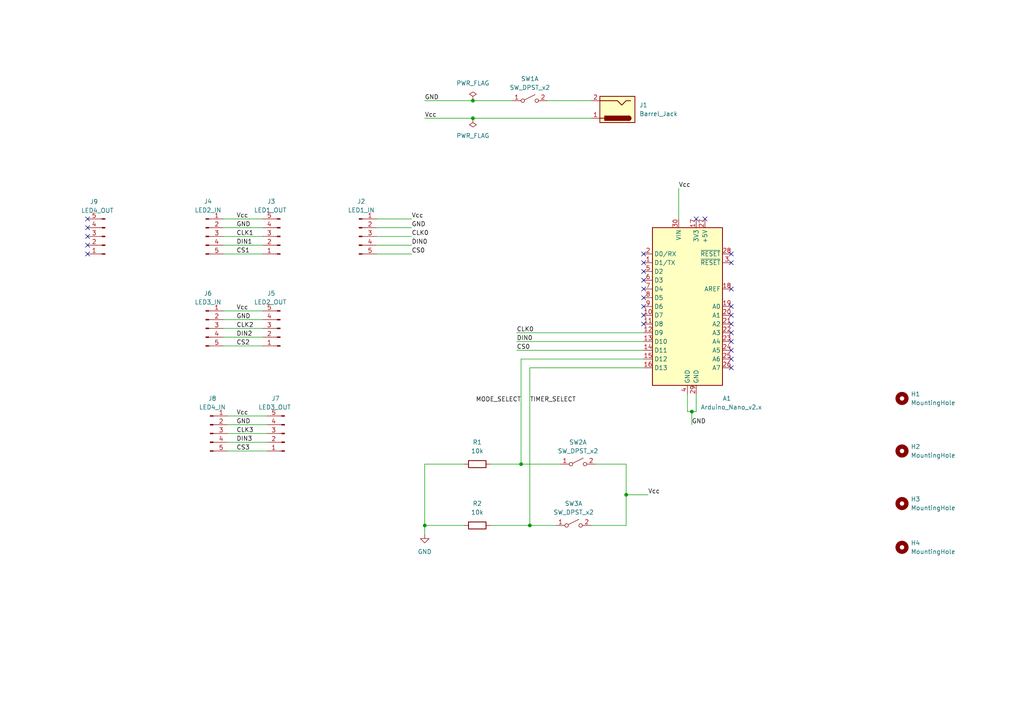
<source format=kicad_sch>
(kicad_sch (version 20230121) (generator eeschema)
  (paper "A4")
  (title_block (title "4*8*8 LED matrix ") (date "2024-02-21") (rev "${design_version}") (company "Salman Kabir"))
  (lib_symbols
    (symbol "Connector:Barrel_Jack" (pin_names (offset 1.016))
      (property "Reference" "J" (at 0 5.334 0))
      (property "Value" "Barrel_Jack" (at 0 -5.08 0))
      (symbol "Barrel_Jack_0_1"
        (rectangle (start -5.08 3.81) (end 5.08 -3.81) (stroke (width 0.254)) (fill (type background)))
        (arc (start -3.302 3.175) (mid -3.9343 2.54) (end -3.302 1.905) (stroke (width 0.254)))
        (arc (start -3.302 3.175) (mid -3.9343 2.54) (end -3.302 1.905) (stroke (width 0.254)) (fill (type outline)))
        (polyline (pts (xy 5.08 2.54) (xy 3.81 2.54)) (stroke (width 0.254)))
        (polyline (pts (xy -3.81 -2.54) (xy -2.54 -2.54) (xy -1.27 -1.27) (xy 0 -2.54) (xy 2.54 -2.54) (xy 5.08 -2.54)) (stroke (width 0.254)))
        (rectangle (start 3.683 3.175) (end -3.302 1.905) (stroke (width 0.254)) (fill (type outline)))
      )
      (symbol "Barrel_Jack_1_1"
        (pin passive line (at 7.62 2.54 180) (length 2.54) (name "~") (number "1"))
        (pin passive line (at 7.62 -2.54 180) (length 2.54) (name "~") (number "2"))
      )
    )
    (symbol "Connector:Conn_01x05_Pin" (pin_names (offset 1.016) hide)
      (property "Reference" "J" (at 0 7.62 0))
      (property "Value" "Conn_01x05_Pin" (at 0 -7.62 0))
      (symbol "Conn_01x05_Pin_1_1"
        (polyline (pts (xy 1.27 -5.08) (xy 0.8636 -5.08)) (stroke (width 0.1524)))
        (polyline (pts (xy 1.27 -2.54) (xy 0.8636 -2.54)) (stroke (width 0.1524)))
        (polyline (pts (xy 1.27 0) (xy 0.8636 0)) (stroke (width 0.1524)))
        (polyline (pts (xy 1.27 2.54) (xy 0.8636 2.54)) (stroke (width 0.1524)))
        (polyline (pts (xy 1.27 5.08) (xy 0.8636 5.08)) (stroke (width 0.1524)))
        (rectangle (start 0.8636 -4.953) (end 0 -5.207) (stroke (width 0.1524)) (fill (type outline)))
        (rectangle (start 0.8636 -2.413) (end 0 -2.667) (stroke (width 0.1524)) (fill (type outline)))
        (rectangle (start 0.8636 0.127) (end 0 -0.127) (stroke (width 0.1524)) (fill (type outline)))
        (rectangle (start 0.8636 2.667) (end 0 2.413) (stroke (width 0.1524)) (fill (type outline)))
        (rectangle (start 0.8636 5.207) (end 0 4.953) (stroke (width 0.1524)) (fill (type outline)))
        (pin passive line (at 5.08 5.08 180) (length 3.81) (name "Pin_1") (number "1"))
        (pin passive line (at 5.08 2.54 180) (length 3.81) (name "Pin_2") (number "2"))
        (pin passive line (at 5.08 0 180) (length 3.81) (name "Pin_3") (number "3"))
        (pin passive line (at 5.08 -2.54 180) (length 3.81) (name "Pin_4") (number "4"))
        (pin passive line (at 5.08 -5.08 180) (length 3.81) (name "Pin_5") (number "5"))
      )
    )
    (symbol "Device:R" (pin_numbers hide) (pin_names (offset 0))
      (property "Reference" "R" (at 2.032 0 90))
      (property "Value" "R" (at 0 0 90))
      (symbol "R_0_1"
        (rectangle (start -1.016 -2.54) (end 1.016 2.54) (stroke (width 0.254)))
      )
      (symbol "R_1_1"
        (pin passive line (at 0 3.81 270) (length 1.27) (name "~") (number "1"))
        (pin passive line (at 0 -3.81 90) (length 1.27) (name "~") (number "2"))
      )
    )
    (symbol "MCU_Module:Arduino_Nano_v2.x"
      (property "Reference" "A" (at -10.16 23.495 0))
      (property "Value" "Arduino_Nano_v2.x" (at 5.08 -24.13 0))
      (symbol "Arduino_Nano_v2.x_0_1"
        (rectangle (start -10.16 22.86) (end 10.16 -22.86) (stroke (width 0.254)) (fill (type background)))
      )
      (symbol "Arduino_Nano_v2.x_1_1"
        (pin bidirectional line (at -12.7 12.7 0) (length 2.54) (name "D1/TX") (number "1"))
        (pin bidirectional line (at -12.7 -2.54 0) (length 2.54) (name "D7") (number "10"))
        (pin bidirectional line (at -12.7 -5.08 0) (length 2.54) (name "D8") (number "11"))
        (pin bidirectional line (at -12.7 -7.62 0) (length 2.54) (name "D9") (number "12"))
        (pin bidirectional line (at -12.7 -10.16 0) (length 2.54) (name "D10") (number "13"))
        (pin bidirectional line (at -12.7 -12.7 0) (length 2.54) (name "D11") (number "14"))
        (pin bidirectional line (at -12.7 -15.24 0) (length 2.54) (name "D12") (number "15"))
        (pin bidirectional line (at -12.7 -17.78 0) (length 2.54) (name "D13") (number "16"))
        (pin power_out line (at 2.54 25.4 270) (length 2.54) (name "3V3") (number "17"))
        (pin input line (at 12.7 5.08 180) (length 2.54) (name "AREF") (number "18"))
        (pin bidirectional line (at 12.7 0 180) (length 2.54) (name "A0") (number "19"))
        (pin bidirectional line (at -12.7 15.24 0) (length 2.54) (name "D0/RX") (number "2"))
        (pin bidirectional line (at 12.7 -2.54 180) (length 2.54) (name "A1") (number "20"))
        (pin bidirectional line (at 12.7 -5.08 180) (length 2.54) (name "A2") (number "21"))
        (pin bidirectional line (at 12.7 -7.62 180) (length 2.54) (name "A3") (number "22"))
        (pin bidirectional line (at 12.7 -10.16 180) (length 2.54) (name "A4") (number "23"))
        (pin bidirectional line (at 12.7 -12.7 180) (length 2.54) (name "A5") (number "24"))
        (pin bidirectional line (at 12.7 -15.24 180) (length 2.54) (name "A6") (number "25"))
        (pin bidirectional line (at 12.7 -17.78 180) (length 2.54) (name "A7") (number "26"))
        (pin power_out line (at 5.08 25.4 270) (length 2.54) (name "+5V") (number "27"))
        (pin input line (at 12.7 15.24 180) (length 2.54) (name "~{RESET}") (number "28"))
        (pin power_in line (at 2.54 -25.4 90) (length 2.54) (name "GND") (number "29"))
        (pin input line (at 12.7 12.7 180) (length 2.54) (name "~{RESET}") (number "3"))
        (pin power_in line (at -2.54 25.4 270) (length 2.54) (name "VIN") (number "30"))
        (pin power_in line (at 0 -25.4 90) (length 2.54) (name "GND") (number "4"))
        (pin bidirectional line (at -12.7 10.16 0) (length 2.54) (name "D2") (number "5"))
        (pin bidirectional line (at -12.7 7.62 0) (length 2.54) (name "D3") (number "6"))
        (pin bidirectional line (at -12.7 5.08 0) (length 2.54) (name "D4") (number "7"))
        (pin bidirectional line (at -12.7 2.54 0) (length 2.54) (name "D5") (number "8"))
        (pin bidirectional line (at -12.7 0 0) (length 2.54) (name "D6") (number "9"))
      )
    )
    (symbol "Mechanical:MountingHole" (pin_names (offset 1.016))
      (property "Reference" "H" (at 0 5.08 0))
      (property "Value" "MountingHole" (at 0 3.175 0))
      (symbol "MountingHole_0_1"
        (circle (center 0 0) (radius 1.27) (stroke (width 1.27)))
      )
    )
    (symbol "Switch:SW_DPST_x2" (pin_names (offset 0) hide)
      (property "Reference" "SW" (at 0 3.175 0))
      (property "Value" "SW_DPST_x2" (at 0 -2.54 0))
      (symbol "SW_DPST_x2_0_0"
        (circle (center -2.032 0) (radius 0.508))
        (polyline (pts (xy -1.524 0.254) (xy 1.524 1.778)))
        (circle (center 2.032 0) (radius 0.508))
      )
      (symbol "SW_DPST_x2_1_1"
        (pin passive line (at -5.08 0 0) (length 2.54) (name "A") (number "1"))
        (pin passive line (at 5.08 0 180) (length 2.54) (name "B") (number "2"))
      )
      (symbol "SW_DPST_x2_2_1"
        (pin passive line (at -5.08 0 0) (length 2.54) (name "A") (number "3"))
        (pin passive line (at 5.08 0 180) (length 2.54) (name "B") (number "4"))
      )
    )
    (symbol "power:GND" (power) (pin_names (offset 0))
      (property "Value" "GND" (at 0 -3.81 0))
      (symbol "GND_0_1"
        (polyline (pts (xy 0 0) (xy 0 -1.27) (xy 1.27 -1.27) (xy 0 -2.54) (xy -1.27 -1.27) (xy 0 -1.27)))
      )
      (symbol "GND_1_1"
        (pin power_in line (at 0 0 270) (length 0) hide (name "GND") (number "1"))
      )
    )
    (symbol "power:PWR_FLAG" (power) (pin_numbers hide) (pin_names (offset 0) hide)
      (property "Value" "PWR_FLAG" (at 0 3.81 0))
      (symbol "PWR_FLAG_0_0"
        (pin power_out line (at 0 0 90) (length 0) (name "pwr") (number "1"))
      )
      (symbol "PWR_FLAG_0_1"
        (polyline (pts (xy 0 0) (xy 0 1.27) (xy -1.016 1.905) (xy 0 2.54) (xy 1.016 1.905) (xy 0 1.27)))
      )
    )
  )
  (junction (at 181.61 143.51))
  (junction (at 151.13 134.62))
  (junction (at 123.19 152.4))
  (junction (at 137.16 29.21))
  (junction (at 153.67 152.4))
  (junction (at 137.16 34.29))
  (junction (at 200.66 119.38))
  (no_connect (at 25.4 66.04))
  (no_connect (at 25.4 71.12))
  (no_connect (at 212.09 91.44))
  (no_connect (at 186.69 93.98))
  (no_connect (at 212.09 88.9))
  (no_connect (at 212.09 106.68))
  (no_connect (at 212.09 99.06))
  (no_connect (at 186.69 86.36))
  (no_connect (at 212.09 101.6))
  (no_connect (at 25.4 68.58))
  (no_connect (at 186.69 81.28))
  (no_connect (at 212.09 73.66))
  (no_connect (at 186.69 88.9))
  (no_connect (at 212.09 93.98))
  (no_connect (at 186.69 83.82))
  (no_connect (at 186.69 78.74))
  (no_connect (at 186.69 76.2))
  (no_connect (at 201.93 63.5))
  (no_connect (at 25.4 73.66))
  (no_connect (at 212.09 83.82))
  (no_connect (at 186.69 73.66))
  (no_connect (at 212.09 96.52))
  (no_connect (at 212.09 76.2))
  (no_connect (at 25.4 63.5))
  (no_connect (at 204.47 63.5))
  (no_connect (at 186.69 91.44))
  (no_connect (at 212.09 104.14))
  (wire (pts (xy 66.04 128.27) (xy 77.47 128.27)))
  (wire (pts (xy 64.77 100.33) (xy 76.2 100.33)))
  (wire (pts (xy 134.62 134.62) (xy 123.19 134.62)))
  (wire (pts (xy 109.22 63.5) (xy 119.38 63.5)))
  (wire (pts (xy 137.16 34.29) (xy 171.45 34.29)))
  (wire (pts (xy 196.85 54.61) (xy 196.85 63.5)))
  (wire (pts (xy 181.61 143.51) (xy 181.61 152.4)))
  (wire (pts (xy 66.04 120.65) (xy 77.47 120.65)))
  (wire (pts (xy 153.67 106.68) (xy 153.67 152.4)))
  (wire (pts (xy 64.77 95.25) (xy 76.2 95.25)))
  (wire (pts (xy 181.61 152.4) (xy 171.45 152.4)))
  (wire (pts (xy 137.16 29.21) (xy 148.59 29.21)))
  (wire (pts (xy 123.19 29.21) (xy 137.16 29.21)))
  (wire (pts (xy 64.77 71.12) (xy 76.2 71.12)))
  (wire (pts (xy 64.77 73.66) (xy 76.2 73.66)))
  (wire (pts (xy 151.13 104.14) (xy 151.13 134.62)))
  (wire (pts (xy 66.04 125.73) (xy 77.47 125.73)))
  (wire (pts (xy 142.24 134.62) (xy 151.13 134.62)))
  (wire (pts (xy 181.61 134.62) (xy 181.61 143.51)))
  (wire (pts (xy 149.86 99.06) (xy 186.69 99.06)))
  (wire (pts (xy 66.04 130.81) (xy 77.47 130.81)))
  (wire (pts (xy 153.67 152.4) (xy 161.29 152.4)))
  (wire (pts (xy 149.86 96.52) (xy 186.69 96.52)))
  (wire (pts (xy 109.22 68.58) (xy 119.38 68.58)))
  (wire (pts (xy 142.24 152.4) (xy 153.67 152.4)))
  (wire (pts (xy 186.69 104.14) (xy 151.13 104.14)))
  (wire (pts (xy 66.04 123.19) (xy 77.47 123.19)))
  (wire (pts (xy 123.19 152.4) (xy 123.19 154.94)))
  (wire (pts (xy 64.77 97.79) (xy 76.2 97.79)))
  (wire (pts (xy 200.66 119.38) (xy 200.66 123.19)))
  (wire (pts (xy 199.39 114.3) (xy 199.39 119.38)))
  (wire (pts (xy 109.22 66.04) (xy 119.38 66.04)))
  (wire (pts (xy 149.86 101.6) (xy 186.69 101.6)))
  (wire (pts (xy 181.61 143.51) (xy 187.96 143.51)))
  (wire (pts (xy 64.77 90.17) (xy 76.2 90.17)))
  (wire (pts (xy 109.22 71.12) (xy 119.38 71.12)))
  (wire (pts (xy 200.66 119.38) (xy 201.93 119.38)))
  (wire (pts (xy 64.77 92.71) (xy 76.2 92.71)))
  (wire (pts (xy 186.69 106.68) (xy 153.67 106.68)))
  (wire (pts (xy 172.72 134.62) (xy 181.61 134.62)))
  (wire (pts (xy 199.39 119.38) (xy 200.66 119.38)))
  (wire (pts (xy 158.75 29.21) (xy 171.45 29.21)))
  (wire (pts (xy 64.77 63.5) (xy 76.2 63.5)))
  (wire (pts (xy 201.93 119.38) (xy 201.93 114.3)))
  (wire (pts (xy 109.22 73.66) (xy 119.38 73.66)))
  (wire (pts (xy 64.77 68.58) (xy 76.2 68.58)))
  (wire (pts (xy 151.13 134.62) (xy 162.56 134.62)))
  (wire (pts (xy 123.19 134.62) (xy 123.19 152.4)))
  (wire (pts (xy 123.19 152.4) (xy 134.62 152.4)))
  (wire (pts (xy 123.19 34.29) (xy 137.16 34.29)))
  (wire (pts (xy 64.77 66.04) (xy 76.2 66.04)))
  (label "GND" (at 123.19 29.21 0))
  (label "DIN1" (at 68.58 71.12 0))
  (label "Vcc" (at 123.19 34.29 0))
  (label "TIMER_SELECT" (at 153.67 116.84 0))
  (label "CLK3" (at 68.58 125.73 0))
  (label "Vcc" (at 68.58 63.5 0))
  (label "MODE_SELECT" (at 151.13 116.84 180))
  (label "GND" (at 68.58 123.19 0))
  (label "Vcc" (at 187.96 143.51 0))
  (label "DIN0" (at 119.38 71.12 0))
  (label "Vcc" (at 68.58 90.17 0))
  (label "CS1" (at 68.58 73.66 0))
  (label "GND" (at 68.58 92.71 0))
  (label "CLK0" (at 119.38 68.58 0))
  (label "Vcc" (at 196.85 54.61 0))
  (label "CLK1" (at 68.58 68.58 0))
  (label "DIN2" (at 68.58 97.79 0))
  (label "Vcc" (at 68.58 120.65 0))
  (label "GND" (at 200.66 123.19 0))
  (label "CLK0" (at 149.86 96.52 0))
  (label "CS0" (at 119.38 73.66 0))
  (label "CS3" (at 68.58 130.81 0))
  (label "CS2" (at 68.58 100.33 0))
  (label "CS0" (at 149.86 101.6 0))
  (label "GND" (at 119.38 66.04 0))
  (label "Vcc" (at 119.38 63.5 0))
  (label "CLK2" (at 68.58 95.25 0))
  (label "GND" (at 68.58 66.04 0))
  (label "DIN0" (at 149.86 99.06 0))
  (label "DIN3" (at 68.58 128.27 0))
  (symbol (lib_id "Mechanical:MountingHole") (at 261.62 115.57 0) (unit 1)
    (property "Reference" "H1" (at 264.16 114.3 0) (effects (justify left)))
    (property "Value" "MountingHole" (at 264.16 116.84 0) (effects (justify left)))
    (property "Footprint" "MountingHole:MountingHole_2.5mm" (effects hide))
  )
  (symbol (lib_id "power:PWR_FLAG") (at 137.16 34.29 180) (unit 1)
    (property "Reference" "#FLG02" (effects hide))
    (property "Value" "PWR_FLAG" (at 137.16 39.37 0))
  )
  (symbol (lib_id "power:PWR_FLAG") (at 137.16 29.21 0) (unit 1)
    (property "Reference" "#FLG01" (effects hide))
    (property "Value" "PWR_FLAG" (at 137.16 24.13 0))
  )
  (symbol (lib_id "Connector:Barrel_Jack") (at 179.07 31.75 180) (unit 1)
    (property "Reference" "J1" (at 185.42 30.48 0) (effects (justify right)))
    (property "Value" "Barrel_Jack" (at 185.42 33.02 0) (effects (justify right)))
    (property "Footprint" "Connector_BarrelJack:BarrelJack_SwitchcraftConxall_RAPC10U_Horizontal" (effects hide))
  )
  (symbol (lib_id "Switch:SW_DPST_x2") (at 153.67 29.21 0) (unit 1)
    (property "Reference" "SW1" (at 153.67 22.86 0))
    (property "Value" "SW_DPST_x2" (at 153.67 25.4 0))
    (property "Footprint" "Button_Switch_THT:SW_DIP_SPSTx02_Slide_6.7x6.64mm_W7.62mm_P2.54mm_LowProfile" (effects hide))
  )
  (symbol (lib_id "Connector:Conn_01x05_Pin") (at 81.28 68.58 180) (unit 1)
    (property "Reference" "J3" (at 77.47 58.42 0) (effects (justify right)))
    (property "Value" "LED1_OUT" (at 73.66 60.96 0) (effects (justify right)))
    (property "Footprint" "Connector_PinSocket_2.54mm:PinSocket_1x05_P2.54mm_Vertical" (effects hide))
  )
  (symbol (lib_id "Connector:Conn_01x05_Pin") (at 59.69 68.58 0) (unit 1)
    (property "Reference" "J4" (at 60.325 58.42 0))
    (property "Value" "LED2_IN" (at 60.325 60.96 0))
    (property "Footprint" "Connector_PinSocket_2.54mm:PinSocket_1x05_P2.54mm_Vertical" (effects hide))
  )
  (symbol (lib_id "Device:R") (at 138.43 134.62 90) (unit 1)
    (property "Reference" "R1" (at 138.43 128.27 90))
    (property "Value" "10k" (at 138.43 130.81 90))
    (property "Footprint" "Resistor_THT:R_Axial_DIN0207_L6.3mm_D2.5mm_P10.16mm_Horizontal" (effects hide))
  )
  (symbol (lib_id "Connector:Conn_01x05_Pin") (at 82.55 125.73 180) (unit 1)
    (property "Reference" "J7" (at 78.74 115.57 0) (effects (justify right)))
    (property "Value" "LED3_OUT" (at 74.93 118.11 0) (effects (justify right)))
    (property "Footprint" "Connector_PinSocket_2.54mm:PinSocket_1x05_P2.54mm_Vertical" (effects hide))
  )
  (symbol (lib_id "Switch:SW_DPST_x2") (at 166.37 152.4 0) (unit 1)
    (property "Reference" "SW3" (at 166.37 146.05 0))
    (property "Value" "SW_DPST_x2" (at 166.37 148.59 0))
    (property "Footprint" "Button_Switch_THT:Push_E-Switch_KS01Q01" (effects hide))
  )
  (symbol (lib_id "Connector:Conn_01x05_Pin") (at 104.14 68.58 0) (unit 1)
    (property "Reference" "J2" (at 104.775 58.42 0))
    (property "Value" "LED1_IN" (at 104.775 60.96 0))
    (property "Footprint" "Connector_PinSocket_2.54mm:PinSocket_1x05_P2.54mm_Vertical" (effects hide))
  )
  (symbol (lib_id "Connector:Conn_01x05_Pin") (at 60.96 125.73 0) (unit 1)
    (property "Reference" "J8" (at 61.595 115.57 0))
    (property "Value" "LED4_IN" (at 61.595 118.11 0))
    (property "Footprint" "Connector_PinSocket_2.54mm:PinSocket_1x05_P2.54mm_Vertical" (effects hide))
  )
  (symbol (lib_id "Connector:Conn_01x05_Pin") (at 59.69 95.25 0) (unit 1)
    (property "Reference" "J6" (at 60.325 85.09 0))
    (property "Value" "LED3_IN" (at 60.325 87.63 0))
    (property "Footprint" "Connector_PinSocket_2.54mm:PinSocket_1x05_P2.54mm_Vertical" (effects hide))
  )
  (symbol (lib_id "Mechanical:MountingHole") (at 261.62 158.75 0) (unit 1)
    (property "Reference" "H4" (at 264.16 157.48 0) (effects (justify left)))
    (property "Value" "MountingHole" (at 264.16 160.02 0) (effects (justify left)))
    (property "Footprint" "MountingHole:MountingHole_2.5mm" (effects hide))
  )
  (symbol (lib_id "Connector:Conn_01x05_Pin") (at 81.28 95.25 180) (unit 1)
    (property "Reference" "J5" (at 77.47 85.09 0) (effects (justify right)))
    (property "Value" "LED2_OUT" (at 73.66 87.63 0) (effects (justify right)))
    (property "Footprint" "Connector_PinSocket_2.54mm:PinSocket_1x05_P2.54mm_Vertical" (effects hide))
  )
  (symbol (lib_id "power:GND") (at 123.19 154.94 0) (unit 1)
    (property "Reference" "#PWR01" (effects hide))
    (property "Value" "GND" (at 123.19 160.02 0))
  )
  (symbol (lib_id "Mechanical:MountingHole") (at 261.62 146.05 0) (unit 1)
    (property "Reference" "H3" (at 264.16 144.78 0) (effects (justify left)))
    (property "Value" "MountingHole" (at 264.16 147.32 0) (effects (justify left)))
    (property "Footprint" "MountingHole:MountingHole_2.5mm" (effects hide))
  )
  (symbol (lib_id "Device:R") (at 138.43 152.4 90) (unit 1)
    (property "Reference" "R2" (at 138.43 146.05 90))
    (property "Value" "10k" (at 138.43 148.59 90))
    (property "Footprint" "Resistor_THT:R_Axial_DIN0207_L6.3mm_D2.5mm_P10.16mm_Horizontal" (effects hide))
  )
  (symbol (lib_id "MCU_Module:Arduino_Nano_v2.x") (at 199.39 88.9 0) (unit 1)
    (property "Reference" "A1" (at 209.55 115.57 0) (effects (justify left)))
    (property "Value" "Arduino_Nano_v2.x" (at 203.2 118.11 0) (effects (justify left)))
    (property "Footprint" "Module:Arduino_Nano_WithMountingHoles" (effects hide))
    (property "Datasheet" "https://www.arduino.cc/en/uploads/Main/ArduinoNanoManual23.pdf" (effects hide))
  )
  (symbol (lib_id "Switch:SW_DPST_x2") (at 167.64 134.62 0) (unit 1)
    (property "Reference" "SW2" (at 167.64 128.27 0))
    (property "Value" "SW_DPST_x2" (at 167.64 130.81 0))
    (property "Footprint" "Button_Switch_THT:Push_E-Switch_KS01Q01" (effects hide))
  )
  (symbol (lib_id "Mechanical:MountingHole") (at 261.62 130.81 0) (unit 1)
    (property "Reference" "H2" (at 264.16 129.54 0) (effects (justify left)))
    (property "Value" "MountingHole" (at 264.16 132.08 0) (effects (justify left)))
    (property "Footprint" "MountingHole:MountingHole_2.5mm" (effects hide))
  )
  (symbol (lib_id "Connector:Conn_01x05_Pin") (at 30.48 68.58 180) (unit 1)
    (property "Reference" "J9" (at 26.05 58.5197 0) (effects (justify right)))
    (property "Value" "LED4_OUT" (at 23.51 61.0597 0) (effects (justify right)))
    (property "Footprint" "Connector_PinSocket_2.54mm:PinSocket_1x05_P2.54mm_Vertical" (effects hide))
  )
)
</source>
